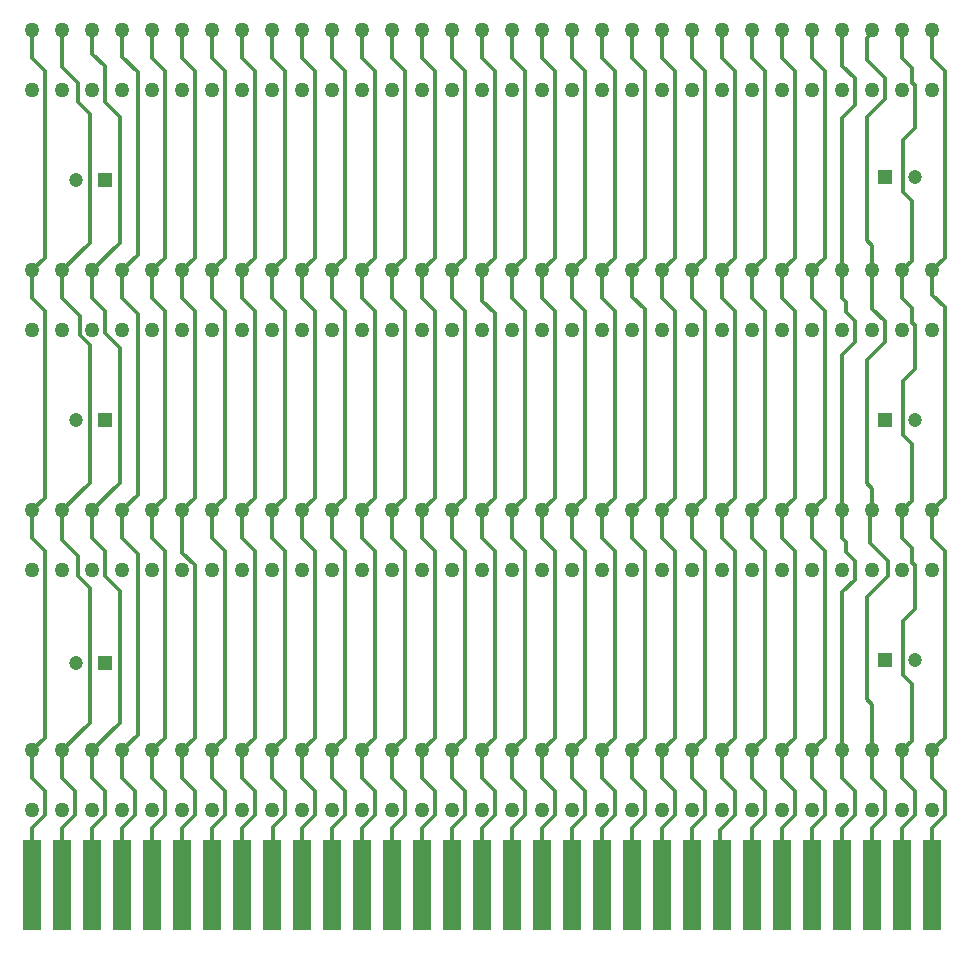
<source format=gbl>
G04*
G04 #@! TF.GenerationSoftware,Altium Limited,Altium Designer,22.7.1 (60)*
G04*
G04 Layer_Physical_Order=2*
G04 Layer_Color=16711680*
%FSLAX25Y25*%
%MOIN*%
G70*
G04*
G04 #@! TF.SameCoordinates,DFFA79DD-968F-4C92-B8CD-37D8C3B2A3C2*
G04*
G04*
G04 #@! TF.FilePolarity,Positive*
G04*
G01*
G75*
%ADD18R,0.06201X0.30000*%
%ADD19C,0.05000*%
%ADD23C,0.01181*%
%ADD24R,0.04724X0.04724*%
%ADD25C,0.04724*%
D18*
X78740Y-15000D02*
D03*
X88740D02*
D03*
X98740D02*
D03*
X108740D02*
D03*
X118740D02*
D03*
X128740D02*
D03*
X138740D02*
D03*
X148740D02*
D03*
X158740D02*
D03*
X168740D02*
D03*
X178740D02*
D03*
X188740D02*
D03*
X198740D02*
D03*
X208740D02*
D03*
X218740D02*
D03*
X228740D02*
D03*
X238740D02*
D03*
X248740D02*
D03*
X258740D02*
D03*
X268740D02*
D03*
X278740D02*
D03*
X288740D02*
D03*
X298740D02*
D03*
X308740D02*
D03*
X318740D02*
D03*
X328740D02*
D03*
X338740D02*
D03*
X348740D02*
D03*
X358740D02*
D03*
X368740D02*
D03*
X378740D02*
D03*
D19*
Y250000D02*
D03*
X368740D02*
D03*
X358740D02*
D03*
X348740D02*
D03*
X338740D02*
D03*
X328740D02*
D03*
X318740D02*
D03*
X308740D02*
D03*
X298740D02*
D03*
X288740D02*
D03*
X278740D02*
D03*
X268740D02*
D03*
X258740D02*
D03*
X248740D02*
D03*
X238740D02*
D03*
X228740D02*
D03*
X218740D02*
D03*
X208740D02*
D03*
X198740D02*
D03*
X188740D02*
D03*
X178740D02*
D03*
X168740D02*
D03*
X158740D02*
D03*
X148740D02*
D03*
X138740D02*
D03*
X128740D02*
D03*
X118740D02*
D03*
X108740D02*
D03*
X98740D02*
D03*
X88740D02*
D03*
X78740D02*
D03*
X88740Y270000D02*
D03*
X78740D02*
D03*
X98740D02*
D03*
X108740D02*
D03*
X118740D02*
D03*
X128740D02*
D03*
X148740D02*
D03*
X158740D02*
D03*
X168740D02*
D03*
X138740D02*
D03*
X178740D02*
D03*
X188740D02*
D03*
X198740D02*
D03*
X208740D02*
D03*
X218740D02*
D03*
X228740D02*
D03*
X238740D02*
D03*
X248740D02*
D03*
X268740D02*
D03*
X288740D02*
D03*
X258740D02*
D03*
X298740D02*
D03*
X308740D02*
D03*
X318740D02*
D03*
X328740D02*
D03*
X338740D02*
D03*
X348740D02*
D03*
X358740D02*
D03*
X368740D02*
D03*
X378740D02*
D03*
X278740D02*
D03*
X378740Y170000D02*
D03*
X368740D02*
D03*
X358740D02*
D03*
X348740D02*
D03*
X338740D02*
D03*
X328740D02*
D03*
X318740D02*
D03*
X308740D02*
D03*
X298740D02*
D03*
X288740D02*
D03*
X278740D02*
D03*
X268740D02*
D03*
X258740D02*
D03*
X248740D02*
D03*
X238740D02*
D03*
X228740D02*
D03*
X218740D02*
D03*
X208740D02*
D03*
X198740D02*
D03*
X188740D02*
D03*
X178740D02*
D03*
X168740D02*
D03*
X158740D02*
D03*
X148740D02*
D03*
X138740D02*
D03*
X128740D02*
D03*
X118740D02*
D03*
X108740D02*
D03*
X98740D02*
D03*
X88740D02*
D03*
X78740D02*
D03*
X88740Y190000D02*
D03*
X78740D02*
D03*
X98740D02*
D03*
X108740D02*
D03*
X118740D02*
D03*
X128740D02*
D03*
X148740D02*
D03*
X158740D02*
D03*
X168740D02*
D03*
X138740D02*
D03*
X178740D02*
D03*
X188740D02*
D03*
X198740D02*
D03*
X208740D02*
D03*
X218740D02*
D03*
X228740D02*
D03*
X238740D02*
D03*
X248740D02*
D03*
X268740D02*
D03*
X288740D02*
D03*
X258740D02*
D03*
X298740D02*
D03*
X308740D02*
D03*
X318740D02*
D03*
X328740D02*
D03*
X338740D02*
D03*
X348740D02*
D03*
X358740D02*
D03*
X368740D02*
D03*
X378740D02*
D03*
X278740D02*
D03*
X378740Y90000D02*
D03*
X368740D02*
D03*
X358740D02*
D03*
X348740D02*
D03*
X338740D02*
D03*
X328740D02*
D03*
X318740D02*
D03*
X308740D02*
D03*
X298740D02*
D03*
X288740D02*
D03*
X278740D02*
D03*
X268740D02*
D03*
X258740D02*
D03*
X248740D02*
D03*
X238740D02*
D03*
X228740D02*
D03*
X218740D02*
D03*
X208740D02*
D03*
X198740D02*
D03*
X188740D02*
D03*
X178740D02*
D03*
X168740D02*
D03*
X158740D02*
D03*
X148740D02*
D03*
X138740D02*
D03*
X128740D02*
D03*
X118740D02*
D03*
X108740D02*
D03*
X98740D02*
D03*
X88740D02*
D03*
X78740D02*
D03*
X88740Y110000D02*
D03*
X78740D02*
D03*
X98740D02*
D03*
X108740D02*
D03*
X118740D02*
D03*
X128740D02*
D03*
X148740D02*
D03*
X158740D02*
D03*
X168740D02*
D03*
X138740D02*
D03*
X178740D02*
D03*
X188740D02*
D03*
X198740D02*
D03*
X208740D02*
D03*
X218740D02*
D03*
X228740D02*
D03*
X238740D02*
D03*
X248740D02*
D03*
X268740D02*
D03*
X288740D02*
D03*
X258740D02*
D03*
X298740D02*
D03*
X308740D02*
D03*
X318740D02*
D03*
X328740D02*
D03*
X338740D02*
D03*
X348740D02*
D03*
X358740D02*
D03*
X368740D02*
D03*
X378740D02*
D03*
X278740D02*
D03*
X378740Y10000D02*
D03*
X368740D02*
D03*
X358740D02*
D03*
X348740D02*
D03*
X338740D02*
D03*
X328740D02*
D03*
X318740D02*
D03*
X308740D02*
D03*
X298740D02*
D03*
X288740D02*
D03*
X278740D02*
D03*
X268740D02*
D03*
X258740D02*
D03*
X248740D02*
D03*
X238740D02*
D03*
X228740D02*
D03*
X218740D02*
D03*
X208740D02*
D03*
X198740D02*
D03*
X188740D02*
D03*
X178740D02*
D03*
X168740D02*
D03*
X158740D02*
D03*
X148740D02*
D03*
X138740D02*
D03*
X128740D02*
D03*
X118740D02*
D03*
X108740D02*
D03*
X98740D02*
D03*
X88740D02*
D03*
X78740D02*
D03*
X88740Y30000D02*
D03*
X78740D02*
D03*
X98740D02*
D03*
X108740D02*
D03*
X118740D02*
D03*
X128740D02*
D03*
X148740D02*
D03*
X158740D02*
D03*
X168740D02*
D03*
X138740D02*
D03*
X178740D02*
D03*
X188740D02*
D03*
X198740D02*
D03*
X208740D02*
D03*
X218740D02*
D03*
X228740D02*
D03*
X238740D02*
D03*
X248740D02*
D03*
X268740D02*
D03*
X288740D02*
D03*
X258740D02*
D03*
X298740D02*
D03*
X308740D02*
D03*
X318740D02*
D03*
X328740D02*
D03*
X338740D02*
D03*
X348740D02*
D03*
X358740D02*
D03*
X368740D02*
D03*
X378740D02*
D03*
X278740D02*
D03*
D23*
X368969Y216032D02*
Y233597D01*
Y216032D02*
X372000Y213000D01*
Y193260D02*
Y213000D01*
X368969Y135031D02*
X372000Y132000D01*
Y113260D02*
Y132000D01*
X368969Y135031D02*
Y153097D01*
X372000Y33260D02*
Y52000D01*
X368969Y55032D02*
Y73097D01*
Y55032D02*
X372000Y52000D01*
X372831Y76960D02*
Y91694D01*
X372000Y92525D02*
X372831Y91694D01*
X372000Y92525D02*
Y97422D01*
X368969Y73097D02*
X372831Y76960D01*
X368740Y30000D02*
X372000Y33260D01*
X368740Y100681D02*
X372000Y97422D01*
X368740Y20681D02*
Y30000D01*
X372831Y156960D02*
Y171694D01*
X368969Y153097D02*
X372831Y156960D01*
X372000Y172525D02*
Y177422D01*
Y172525D02*
X372831Y171694D01*
X368740Y180681D02*
X372000Y177422D01*
X368740Y110000D02*
X372000Y113260D01*
X368740Y100681D02*
Y110000D01*
X372000Y252525D02*
X372831Y251694D01*
X372000Y252525D02*
Y257421D01*
X368969Y233597D02*
X372831Y237460D01*
X368740Y260681D02*
X372000Y257421D01*
X368740Y190000D02*
X372000Y193260D01*
X372831Y237460D02*
Y251694D01*
X368740Y180681D02*
Y190000D01*
X357000Y200000D02*
X358740Y198260D01*
Y177260D02*
Y190000D01*
Y190861D02*
Y198260D01*
X357000Y200000D02*
Y241000D01*
X358740Y190000D02*
Y190861D01*
X353000Y245000D02*
Y254000D01*
X348740Y240740D02*
X353000Y245000D01*
X348740Y258260D02*
X353000Y254000D01*
X357000Y260000D02*
X363000Y254000D01*
X357000Y241000D02*
X363000Y247000D01*
Y254000D01*
X357000Y260000D02*
Y267399D01*
X348740Y258260D02*
Y270000D01*
Y180681D02*
Y190000D01*
Y240740D01*
X358740Y269139D02*
Y270000D01*
X357000Y267399D02*
X358740Y269139D01*
X357000Y119000D02*
Y160000D01*
X358740Y110000D02*
Y117260D01*
X357000Y119000D02*
X358740Y117260D01*
X357000Y160000D02*
X363000Y166000D01*
X358740Y177260D02*
X363000Y173000D01*
Y166000D02*
Y173000D01*
X350000Y176000D02*
Y179422D01*
Y176000D02*
X353000Y173000D01*
Y166000D02*
Y173000D01*
X348740Y110000D02*
Y161740D01*
X353000Y166000D01*
X348740Y30000D02*
Y82740D01*
Y20681D02*
Y30000D01*
Y100681D02*
Y110000D01*
Y180681D02*
X350000Y179422D01*
X357000Y47000D02*
Y81000D01*
X358740Y30861D02*
Y45260D01*
X357000Y47000D02*
X358740Y45260D01*
Y30000D02*
Y30861D01*
Y20681D02*
Y30000D01*
X357000Y81000D02*
X364000Y88000D01*
X348740Y82740D02*
X352831Y86831D01*
X358000Y99000D02*
X364000Y93000D01*
Y88000D02*
Y93000D01*
X358000Y99000D02*
Y108226D01*
X352831Y86831D02*
Y93169D01*
X350000Y96000D02*
Y99422D01*
Y96000D02*
X352831Y93169D01*
X348740Y100681D02*
X350000Y99422D01*
X358000Y108226D02*
X358740Y108967D01*
X94000Y246000D02*
Y252344D01*
Y246000D02*
X98000Y242000D01*
Y199260D02*
Y242000D01*
X88740Y257604D02*
X94000Y252344D01*
X88740Y257604D02*
Y270000D01*
X94000Y88000D02*
Y94932D01*
Y88000D02*
X98000Y84000D01*
X88740Y100192D02*
X94000Y94932D01*
X98000Y39260D02*
Y84000D01*
X88740Y100192D02*
Y110000D01*
X108000Y39260D02*
Y83000D01*
X103000Y88000D02*
X108000Y83000D01*
X103000Y88000D02*
Y96422D01*
X98740Y100681D02*
X103000Y96422D01*
X98740Y30000D02*
X108000Y39260D01*
X114000Y35260D02*
Y95422D01*
X108740Y30000D02*
X114000Y35260D01*
X108740Y100681D02*
X114000Y95422D01*
X108740Y190000D02*
X114000Y195260D01*
X108740Y261260D02*
X114000Y256000D01*
Y195260D02*
Y256000D01*
Y115260D02*
Y175422D01*
X108740Y180681D02*
X114000Y175422D01*
X108740Y110000D02*
X114000Y115260D01*
X103000Y169000D02*
X108000Y164000D01*
X103000Y169000D02*
Y176422D01*
X108000Y119260D02*
Y164000D01*
X94650Y168306D02*
Y174772D01*
X88740Y180681D02*
X94650Y174772D01*
Y168306D02*
X98000Y164955D01*
X98740Y180681D02*
X103000Y176422D01*
X98740Y110000D02*
X108000Y119260D01*
Y199260D02*
Y241000D01*
X102831Y246169D02*
X108000Y241000D01*
X98740Y190000D02*
X108000Y199260D01*
X102831Y246169D02*
Y258169D01*
X88740Y110000D02*
X98000Y119260D01*
Y164955D01*
X88740Y190000D02*
X98000Y199260D01*
X88740Y30000D02*
X98000Y39260D01*
X108740Y261260D02*
Y270000D01*
X98740Y262260D02*
Y270000D01*
Y262260D02*
X102831Y258169D01*
X378740Y260681D02*
X382831Y256591D01*
Y194091D02*
Y256591D01*
X378740Y260681D02*
Y270000D01*
Y190000D02*
X382831Y194091D01*
X368740Y260681D02*
Y270000D01*
X338740Y260681D02*
X342831Y256591D01*
X338740Y260681D02*
Y270000D01*
X342831Y194091D02*
Y256591D01*
X338740Y190000D02*
X342831Y194091D01*
X328740Y190000D02*
X332831Y194091D01*
X328740Y260681D02*
Y270000D01*
Y260681D02*
X332831Y256591D01*
Y194091D02*
Y256591D01*
X318740Y260681D02*
Y270000D01*
Y260681D02*
X322831Y256591D01*
Y194091D02*
Y256591D01*
X318740Y190000D02*
X322831Y194091D01*
X308740Y260681D02*
X312831Y256591D01*
X308740Y190000D02*
X312831Y194091D01*
X308740Y260681D02*
Y270000D01*
X312831Y194091D02*
Y256591D01*
X298740Y260681D02*
Y270000D01*
Y260681D02*
X302831Y256591D01*
Y194091D02*
Y256591D01*
X298740Y190000D02*
X302831Y194091D01*
X288740Y260681D02*
Y270000D01*
Y260681D02*
X292831Y256591D01*
Y194091D02*
Y256591D01*
X288740Y190000D02*
X292831Y194091D01*
X282831D02*
Y256591D01*
X278740Y190000D02*
X282831Y194091D01*
X278740Y260681D02*
Y270000D01*
Y260681D02*
X282831Y256591D01*
X272831Y194091D02*
Y256591D01*
X268740Y190000D02*
X272831Y194091D01*
X268740Y260681D02*
Y270000D01*
Y260681D02*
X272831Y256591D01*
X258740Y190000D02*
X262831Y194091D01*
X258740Y260681D02*
Y270000D01*
Y260681D02*
X262831Y256591D01*
Y194091D02*
Y256591D01*
X248740Y260681D02*
Y270000D01*
Y260681D02*
X252831Y256591D01*
Y194091D02*
Y256591D01*
X248740Y190000D02*
X252831Y194091D01*
X242831D02*
Y256591D01*
X238740Y190000D02*
X242831Y194091D01*
X238740Y260681D02*
Y270000D01*
Y260681D02*
X242831Y256591D01*
X228740Y260681D02*
Y270000D01*
Y260681D02*
X232831Y256591D01*
Y194091D02*
Y256591D01*
X228740Y190000D02*
X232831Y194091D01*
X222831D02*
Y256591D01*
X218740Y190000D02*
X222831Y194091D01*
X218740Y260681D02*
Y270000D01*
Y260681D02*
X222831Y256591D01*
X208740Y260681D02*
Y270000D01*
Y260681D02*
X212831Y256591D01*
Y194091D02*
Y256591D01*
X208740Y190000D02*
X212831Y194091D01*
X198740Y260681D02*
X202831Y256591D01*
X198740Y190000D02*
X202831Y194091D01*
X198740Y260681D02*
Y270000D01*
X202831Y194091D02*
Y256591D01*
X192831Y194091D02*
Y256591D01*
X188740Y190000D02*
X192831Y194091D01*
X188740Y260681D02*
Y270000D01*
Y260681D02*
X192831Y256591D01*
X178740Y260681D02*
X182831Y256591D01*
Y194091D02*
Y256591D01*
X178740Y260681D02*
Y270000D01*
Y190000D02*
X182831Y194091D01*
X172831D02*
Y256591D01*
X168740Y190000D02*
X172831Y194091D01*
X168740Y260681D02*
Y270000D01*
Y260681D02*
X172831Y256591D01*
X158740Y260681D02*
Y270000D01*
Y260681D02*
X162831Y256591D01*
Y194091D02*
Y256591D01*
X158740Y190000D02*
X162831Y194091D01*
X148740Y260681D02*
Y270000D01*
Y260681D02*
X152831Y256591D01*
Y194091D02*
Y256591D01*
X148740Y190000D02*
X152831Y194091D01*
X138740Y260681D02*
X142831Y256591D01*
Y194091D02*
Y256591D01*
X138740Y260681D02*
Y270000D01*
Y190000D02*
X142831Y194091D01*
X132831D02*
Y256591D01*
X128740Y190000D02*
X132831Y194091D01*
X128740Y260681D02*
Y270000D01*
Y260681D02*
X132831Y256591D01*
X118740Y260681D02*
X122831Y256591D01*
Y194091D02*
Y256591D01*
X118740Y190000D02*
X122831Y194091D01*
X118740Y260681D02*
Y270000D01*
X78740Y260681D02*
X82831Y256591D01*
Y194091D02*
Y256591D01*
X78740Y190000D02*
X82831Y194091D01*
X78740Y260681D02*
Y270000D01*
X232831Y114091D02*
Y175669D01*
X228740Y179760D02*
Y190000D01*
Y179760D02*
X232831Y175669D01*
X282831Y114091D02*
Y177169D01*
X278740Y181260D02*
X282831Y177169D01*
X278740Y181260D02*
Y190000D01*
X382831Y114091D02*
Y177669D01*
X378740Y181760D02*
Y190000D01*
Y181760D02*
X382831Y177669D01*
X378740Y110000D02*
X382831Y114091D01*
X338740Y180681D02*
Y190000D01*
Y180681D02*
X342831Y176591D01*
Y114091D02*
Y176591D01*
X338740Y110000D02*
X342831Y114091D01*
X332831D02*
Y176591D01*
X328740Y180681D02*
Y190000D01*
Y180681D02*
X332831Y176591D01*
X328740Y110000D02*
X332831Y114091D01*
X322831D02*
Y176591D01*
X318740Y110000D02*
X322831Y114091D01*
X318740Y180681D02*
Y190000D01*
Y180681D02*
X322831Y176591D01*
X308740Y180681D02*
Y190000D01*
Y180681D02*
X312831Y176591D01*
Y114091D02*
Y176591D01*
X308740Y110000D02*
X312831Y114091D01*
X298740Y110000D02*
X302831Y114091D01*
X298740Y180681D02*
Y190000D01*
Y180681D02*
X302831Y176591D01*
Y114091D02*
Y176591D01*
X292831Y114091D02*
Y176591D01*
X288740Y110000D02*
X292831Y114091D01*
X288740Y180681D02*
Y190000D01*
Y180681D02*
X292831Y176591D01*
X278740Y110000D02*
X282831Y114091D01*
X268740Y180681D02*
X272831Y176591D01*
Y114091D02*
Y176591D01*
X268740Y110000D02*
X272831Y114091D01*
X268740Y180681D02*
Y190000D01*
X258740Y180681D02*
X262831Y176591D01*
Y114091D02*
Y176591D01*
X258740Y110000D02*
X262831Y114091D01*
X258740Y180681D02*
Y190000D01*
X248740Y180681D02*
Y190000D01*
Y180681D02*
X252831Y176591D01*
Y114091D02*
Y176591D01*
X248740Y110000D02*
X252831Y114091D01*
X238740Y180681D02*
Y190000D01*
Y180681D02*
X242831Y176591D01*
Y114091D02*
Y176591D01*
X238740Y110000D02*
X242831Y114091D01*
X228740Y110000D02*
X232831Y114091D01*
X218740Y180681D02*
X222831Y176591D01*
X218740Y110000D02*
X222831Y114091D01*
X218740Y180681D02*
Y190000D01*
X222831Y114091D02*
Y176591D01*
X208740Y180681D02*
X212831Y176591D01*
Y114091D02*
Y176591D01*
X208740Y110000D02*
X212831Y114091D01*
X208740Y180681D02*
Y190000D01*
X202831Y114091D02*
Y176591D01*
X198740Y180681D02*
Y190000D01*
Y180681D02*
X202831Y176591D01*
X198740Y110000D02*
X202831Y114091D01*
X188740Y180681D02*
Y190000D01*
Y180681D02*
X192831Y176591D01*
Y114091D02*
Y176591D01*
X188740Y110000D02*
X192831Y114091D01*
X178740Y180681D02*
Y190000D01*
Y180681D02*
X182831Y176591D01*
Y114091D02*
Y176591D01*
X178740Y110000D02*
X182831Y114091D01*
X168740Y180681D02*
X172831Y176591D01*
Y114091D02*
Y176591D01*
X168740Y110000D02*
X172831Y114091D01*
X168740Y180681D02*
Y190000D01*
X158740Y180681D02*
X162831Y176591D01*
Y114091D02*
Y176591D01*
X158740Y110000D02*
X162831Y114091D01*
X158740Y180681D02*
Y190000D01*
X148740Y180681D02*
X152831Y176591D01*
Y114091D02*
Y176591D01*
X148740Y110000D02*
X152831Y114091D01*
X148740Y180681D02*
Y190000D01*
X142831Y114091D02*
Y176591D01*
X138740Y180681D02*
Y190000D01*
Y180681D02*
X142831Y176591D01*
X138740Y110000D02*
X142831Y114091D01*
X132831D02*
Y176591D01*
X128740Y180681D02*
Y190000D01*
Y180681D02*
X132831Y176591D01*
X128740Y110000D02*
X132831Y114091D01*
X118740Y110000D02*
X122831Y114091D01*
X118740Y180681D02*
Y190000D01*
Y180681D02*
X122831Y176591D01*
Y114091D02*
Y176591D01*
X108740Y180681D02*
Y190000D01*
X98740Y180681D02*
Y190000D01*
X88740Y180681D02*
Y190000D01*
X78740Y180681D02*
X82831Y176591D01*
Y114091D02*
Y176591D01*
X78740Y180681D02*
Y190000D01*
Y110000D02*
X82831Y114091D01*
X78740Y100681D02*
Y110000D01*
Y100681D02*
X82831Y96591D01*
Y34091D02*
Y96591D01*
X78740Y30000D02*
X82831Y34091D01*
X98740Y100681D02*
Y110000D01*
X108740Y100681D02*
Y110000D01*
X118740Y30000D02*
X122831Y34091D01*
X118740Y100681D02*
Y110000D01*
Y100681D02*
X122831Y96591D01*
Y34091D02*
Y96591D01*
X128740Y30000D02*
X132831Y34091D01*
Y91694D01*
X128740Y95785D02*
X132831Y91694D01*
X128740Y95785D02*
Y110000D01*
X138740Y100681D02*
X142831Y96591D01*
X138740Y30000D02*
X142831Y34091D01*
X138740Y100681D02*
Y110000D01*
X142831Y34091D02*
Y96591D01*
X148740Y100681D02*
X152831Y96591D01*
Y34091D02*
Y96591D01*
X148740Y30000D02*
X152831Y34091D01*
X148740Y100681D02*
Y110000D01*
X158740Y100681D02*
X162831Y96591D01*
X158740Y100681D02*
Y110000D01*
X162831Y34091D02*
Y96591D01*
X158740Y30000D02*
X162831Y34091D01*
X168740Y30000D02*
X172831Y34091D01*
X168740Y100681D02*
Y110000D01*
Y100681D02*
X172831Y96591D01*
Y34091D02*
Y96591D01*
X178740Y100681D02*
X182831Y96591D01*
Y34091D02*
Y96591D01*
X178740Y100681D02*
Y110000D01*
Y30000D02*
X182831Y34091D01*
X188740Y100681D02*
Y110000D01*
Y100681D02*
X192831Y96591D01*
Y34091D02*
Y96591D01*
X188740Y30000D02*
X192831Y34091D01*
X198740Y100681D02*
Y110000D01*
Y100681D02*
X202831Y96591D01*
Y34091D02*
Y96591D01*
X198740Y30000D02*
X202831Y34091D01*
X208740Y100681D02*
X212831Y96591D01*
X208740Y30000D02*
X212831Y34091D01*
X208740Y100681D02*
Y110000D01*
X212831Y34091D02*
Y96591D01*
X218740Y30000D02*
X222831Y34091D01*
X218740Y100681D02*
Y110000D01*
Y100681D02*
X222831Y96591D01*
Y34091D02*
Y96591D01*
X228740Y100681D02*
X232831Y96591D01*
X228740Y100681D02*
Y110000D01*
X232831Y34091D02*
Y96591D01*
X228740Y30000D02*
X232831Y34091D01*
X238740Y100681D02*
Y110000D01*
Y100681D02*
X242831Y96591D01*
Y34091D02*
Y96591D01*
X238740Y30000D02*
X242831Y34091D01*
X252831D02*
Y96591D01*
X248740Y100681D02*
Y110000D01*
Y100681D02*
X252831Y96591D01*
X248740Y30000D02*
X252831Y34091D01*
X262831D02*
Y96591D01*
X258740Y30000D02*
X262831Y34091D01*
X258740Y100681D02*
Y110000D01*
Y100681D02*
X262831Y96591D01*
X268740Y100681D02*
X272831Y96591D01*
Y34091D02*
Y96591D01*
X268740Y100681D02*
Y110000D01*
Y30000D02*
X272831Y34091D01*
X278740Y100681D02*
X282831Y96591D01*
Y34091D02*
Y96591D01*
X278740Y100681D02*
Y110000D01*
Y30000D02*
X282831Y34091D01*
X292831D02*
Y96591D01*
X288740Y30000D02*
X292831Y34091D01*
X288740Y100681D02*
Y110000D01*
Y100681D02*
X292831Y96591D01*
X298740Y100681D02*
Y110000D01*
Y100681D02*
X302831Y96591D01*
Y34091D02*
Y96591D01*
X298740Y30000D02*
X302831Y34091D01*
X312831D02*
Y96591D01*
X308740Y30000D02*
X312831Y34091D01*
X308740Y100681D02*
Y110000D01*
Y100681D02*
X312831Y96591D01*
X318740Y30000D02*
X322831Y34091D01*
Y96591D01*
X318740Y100681D02*
X322831Y96591D01*
X318740Y100681D02*
Y110000D01*
X328740Y100681D02*
X332831Y96591D01*
Y34091D02*
Y96591D01*
X328740Y100681D02*
Y110000D01*
Y30000D02*
X332831Y34091D01*
X342831D02*
Y96591D01*
X338740Y100681D02*
Y110000D01*
Y100681D02*
X342831Y96591D01*
X338740Y30000D02*
X342831Y34091D01*
X378740Y100681D02*
X382831Y96591D01*
X378740Y100681D02*
Y110000D01*
X382831Y34091D02*
Y96591D01*
X378740Y30000D02*
X382831Y34091D01*
X378740Y-15000D02*
Y4215D01*
X382831Y8306D01*
X378740Y20681D02*
X382831Y16591D01*
X378740Y20681D02*
Y30000D01*
X382831Y8306D02*
Y16591D01*
X372831Y8306D02*
Y16591D01*
X368740Y4215D02*
X372831Y8306D01*
X368740Y-15000D02*
Y4215D01*
Y20681D02*
X372831Y16591D01*
X358740Y4215D02*
X362831Y8306D01*
Y16591D01*
X358740Y20681D02*
X362831Y16591D01*
X358740Y-15000D02*
Y4215D01*
X348740Y20681D02*
X352831Y16591D01*
X348740Y-15000D02*
Y4215D01*
X352831Y8306D02*
Y16591D01*
X348740Y4215D02*
X352831Y8306D01*
X338740Y4215D02*
X342831Y8306D01*
X338740Y-15000D02*
Y4215D01*
Y20681D02*
Y30000D01*
Y20681D02*
X342831Y16591D01*
Y8306D02*
Y16591D01*
X328740Y20681D02*
X332831Y16591D01*
Y8306D02*
Y16591D01*
X328740Y4215D02*
X332831Y8306D01*
X328740Y-15000D02*
Y4215D01*
Y20681D02*
Y30000D01*
X318740Y-15000D02*
Y4215D01*
Y20681D02*
Y30000D01*
Y20681D02*
X322831Y16591D01*
Y8306D02*
Y16591D01*
X318740Y4215D02*
X322831Y8306D01*
X308025Y-14285D02*
X308740Y-15000D01*
X308025Y-14285D02*
Y3500D01*
X312831Y8306D02*
Y16591D01*
X308740Y20681D02*
Y30000D01*
Y20681D02*
X312831Y16591D01*
X308025Y3500D02*
X312831Y8306D01*
X298740Y20681D02*
X302831Y16591D01*
X298740Y-15000D02*
Y4215D01*
Y20681D02*
Y30000D01*
X302831Y8306D02*
Y16591D01*
X298740Y4215D02*
X302831Y8306D01*
X288740Y4215D02*
X292831Y8306D01*
X288740Y-15000D02*
Y4215D01*
Y20681D02*
Y30000D01*
Y20681D02*
X292831Y16591D01*
Y8306D02*
Y16591D01*
X278740Y4215D02*
X282831Y8306D01*
X278740Y20681D02*
Y30000D01*
Y20681D02*
X282831Y16591D01*
Y8306D02*
Y16591D01*
X278740Y-15000D02*
Y4215D01*
X272831Y8306D02*
Y16591D01*
X268740Y4215D02*
X272831Y8306D01*
X268740Y-15000D02*
Y4215D01*
Y20681D02*
Y30000D01*
Y20681D02*
X272831Y16591D01*
X258740Y4215D02*
X262831Y8306D01*
X258740Y20681D02*
Y30000D01*
Y20681D02*
X262831Y16591D01*
Y8306D02*
Y16591D01*
X258740Y-15000D02*
Y4215D01*
X252831Y8306D02*
Y16591D01*
X248740Y-15000D02*
Y4215D01*
Y20681D02*
Y30000D01*
Y20681D02*
X252831Y16591D01*
X248740Y4215D02*
X252831Y8306D01*
X238740Y20681D02*
X242831Y16591D01*
X238740Y4215D02*
X242831Y8306D01*
X238740Y-15000D02*
Y4215D01*
Y20681D02*
Y30000D01*
X242831Y8306D02*
Y16591D01*
X228740Y-15000D02*
Y4215D01*
X232831Y8306D01*
X228740Y20681D02*
Y30000D01*
Y20681D02*
X232831Y16591D01*
Y8306D02*
Y16591D01*
X218740Y-15000D02*
Y4215D01*
Y20681D02*
Y30000D01*
Y20681D02*
X222831Y16591D01*
Y8306D02*
Y16591D01*
X218740Y4215D02*
X222831Y8306D01*
X208740Y20681D02*
X212831Y16591D01*
X208740Y4215D02*
X212831Y8306D01*
X208740Y-15000D02*
Y4215D01*
Y20681D02*
Y30000D01*
X212831Y8306D02*
Y16591D01*
X198740Y-15000D02*
Y4215D01*
Y20681D02*
Y30000D01*
Y20681D02*
X202831Y16591D01*
Y8306D02*
Y16591D01*
X198740Y4215D02*
X202831Y8306D01*
X192831D02*
Y16591D01*
X188740Y-15000D02*
Y4215D01*
Y20681D02*
Y30000D01*
Y20681D02*
X192831Y16591D01*
X188740Y4215D02*
X192831Y8306D01*
X178740Y20681D02*
X182831Y16591D01*
Y8306D02*
Y16591D01*
X178740Y4215D02*
X182831Y8306D01*
X178740Y-15000D02*
Y4215D01*
Y20681D02*
Y30000D01*
X172831Y8306D02*
Y16591D01*
X168740Y-15000D02*
Y4215D01*
Y20681D02*
Y30000D01*
Y20681D02*
X172831Y16591D01*
X168740Y4215D02*
X172831Y8306D01*
X159000Y4475D02*
X162831Y8306D01*
X158740Y-15000D02*
X159000Y-14740D01*
X158740Y20681D02*
Y30000D01*
Y20681D02*
X162831Y16591D01*
Y8306D02*
Y16591D01*
X159000Y-14740D02*
Y4475D01*
X152831Y8306D02*
Y16591D01*
X148740Y4215D02*
X152831Y8306D01*
X148740Y-15000D02*
Y4215D01*
Y20681D02*
Y30000D01*
Y20681D02*
X152831Y16591D01*
X142831Y8306D02*
Y16591D01*
X138740Y4215D02*
X142831Y8306D01*
X138740Y20681D02*
Y30000D01*
Y20681D02*
X142831Y16591D01*
X138740Y-15000D02*
Y4215D01*
X128740Y-15000D02*
Y4215D01*
X132831Y8306D01*
Y16591D01*
X128740Y20681D02*
Y30000D01*
Y20681D02*
X132831Y16591D01*
X118740Y20681D02*
X122831Y16591D01*
X118740Y4215D02*
X122831Y8306D01*
Y16591D01*
X118740Y-15000D02*
Y4215D01*
Y20681D02*
Y30000D01*
X108740Y20681D02*
X112831Y16591D01*
X108740Y-15000D02*
Y4215D01*
Y20681D02*
Y30000D01*
X112831Y8306D02*
Y16591D01*
X108740Y4215D02*
X112831Y8306D01*
X98740Y4215D02*
X102831Y8306D01*
X98740Y20681D02*
Y30000D01*
Y20681D02*
X102831Y16591D01*
Y8306D02*
Y16591D01*
X98740Y-15000D02*
Y4215D01*
X88740D02*
X92831Y8306D01*
X88740Y-15000D02*
Y4215D01*
Y20681D02*
Y30000D01*
Y20681D02*
X92831Y16591D01*
Y8306D02*
Y16591D01*
X82831Y8306D02*
Y16591D01*
X78740Y4215D02*
X82831Y8306D01*
X78740Y-15000D02*
Y4215D01*
Y20681D02*
Y30000D01*
Y20681D02*
X82831Y16591D01*
D24*
X363079Y221000D02*
D03*
Y140000D02*
D03*
Y60000D02*
D03*
X103000Y220000D02*
D03*
Y140000D02*
D03*
Y59000D02*
D03*
D25*
X372921Y221000D02*
D03*
Y140000D02*
D03*
Y60000D02*
D03*
X93158Y220000D02*
D03*
Y140000D02*
D03*
Y59000D02*
D03*
M02*

</source>
